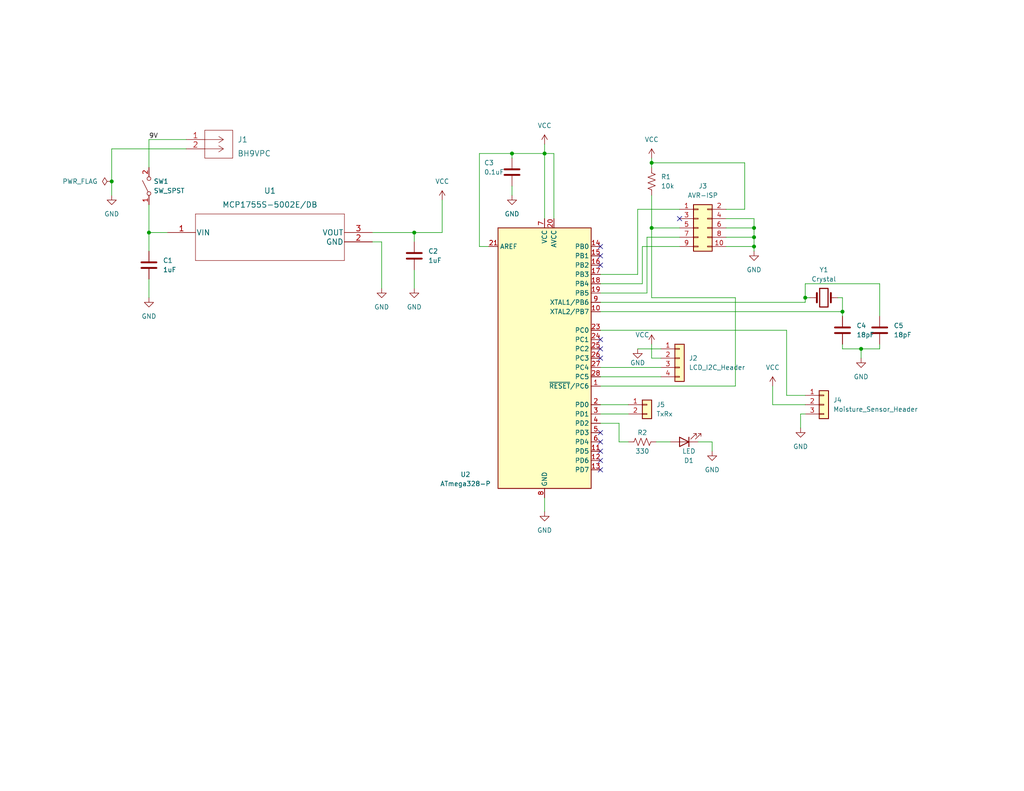
<source format=kicad_sch>
(kicad_sch (version 20211123) (generator eeschema)
  (paper "USLetter")
  (title_block (title "Soil Moisture Sensor Project CMPE2750") (date "2022-02-04") (rev "2") (company "NAIT"))
  (lib_symbols
    (symbol "BH9V:BH9VPC" (pin_names (offset 0.254) hide)
      (property "Reference" "J1" (at 13.97 0 0))
      (property "Value" "BH9VPC" (at 13.97 -3.81 0))
      (symbol "BH9VPC_1_1"
        (polyline (pts (xy 5.08 -5.08) (xy 12.7 -5.08)) (stroke (width 0.127)))
        (polyline (pts (xy 5.08 2.54) (xy 5.08 -5.08)) (stroke (width 0.127)))
        (polyline (pts (xy 10.16 -2.54) (xy 5.08 -2.54)) (stroke (width 0.127)))
        (polyline (pts (xy 10.16 -2.54) (xy 8.89 -3.3782)) (stroke (width 0.127)))
        (polyline (pts (xy 10.16 -2.54) (xy 8.89 -1.7018)) (stroke (width 0.127)))
        (polyline (pts (xy 10.16 0) (xy 5.08 0)) (stroke (width 0.127)))
        (polyline (pts (xy 10.16 0) (xy 8.89 -0.8382)) (stroke (width 0.127)))
        (polyline (pts (xy 10.16 0) (xy 8.89 0.8382)) (stroke (width 0.127)))
        (polyline (pts (xy 12.7 -5.08) (xy 12.7 2.54)) (stroke (width 0.127)))
        (polyline (pts (xy 12.7 2.54) (xy 5.08 2.54)) (stroke (width 0.127)))
        (pin power_in line (at 0 0 0) (length 5.08) (name "1") (number "1"))
        (pin power_out line (at 0 -2.54 0) (length 5.08) (name "2") (number "2"))
      )
    )
    (symbol "Connector_Generic:Conn_01x02" (pin_names (offset 1.016) hide)
      (property "Reference" "J" (at 0 2.54 0))
      (property "Value" "Conn_01x02" (at 0 -5.08 0))
      (symbol "Conn_01x02_1_1"
        (rectangle (start -1.27 -2.413) (end 0 -2.667) (stroke (width 0.1524)))
        (rectangle (start -1.27 0.127) (end 0 -0.127) (stroke (width 0.1524)))
        (rectangle (start -1.27 1.27) (end 1.27 -3.81) (stroke (width 0.254)) (fill (type background)))
        (pin passive line (at -5.08 0 0) (length 3.81) (name "Pin_1") (number "1"))
        (pin passive line (at -5.08 -2.54 0) (length 3.81) (name "Pin_2") (number "2"))
      )
    )
    (symbol "Connector_Generic:Conn_01x03" (pin_names (offset 1.016) hide)
      (property "Reference" "J" (at 0 5.08 0))
      (property "Value" "Conn_01x03" (at 0 -5.08 0))
      (symbol "Conn_01x03_1_1"
        (rectangle (start -1.27 -2.413) (end 0 -2.667) (stroke (width 0.1524)))
        (rectangle (start -1.27 0.127) (end 0 -0.127) (stroke (width 0.1524)))
        (rectangle (start -1.27 2.667) (end 0 2.413) (stroke (width 0.1524)))
        (rectangle (start -1.27 3.81) (end 1.27 -3.81) (stroke (width 0.254)) (fill (type background)))
        (pin passive line (at -5.08 2.54 0) (length 3.81) (name "Pin_1") (number "1"))
        (pin passive line (at -5.08 0 0) (length 3.81) (name "Pin_2") (number "2"))
        (pin passive line (at -5.08 -2.54 0) (length 3.81) (name "Pin_3") (number "3"))
      )
    )
    (symbol "Connector_Generic:Conn_01x04" (pin_names (offset 1.016) hide)
      (property "Reference" "J" (at 0 5.08 0))
      (property "Value" "Conn_01x04" (at 0 -7.62 0))
      (symbol "Conn_01x04_1_1"
        (rectangle (start -1.27 -4.953) (end 0 -5.207) (stroke (width 0.1524)))
        (rectangle (start -1.27 -2.413) (end 0 -2.667) (stroke (width 0.1524)))
        (rectangle (start -1.27 0.127) (end 0 -0.127) (stroke (width 0.1524)))
        (rectangle (start -1.27 2.667) (end 0 2.413) (stroke (width 0.1524)))
        (rectangle (start -1.27 3.81) (end 1.27 -6.35) (stroke (width 0.254)) (fill (type background)))
        (pin passive line (at -5.08 2.54 0) (length 3.81) (name "Pin_1") (number "1"))
        (pin passive line (at -5.08 0 0) (length 3.81) (name "Pin_2") (number "2"))
        (pin passive line (at -5.08 -2.54 0) (length 3.81) (name "Pin_3") (number "3"))
        (pin passive line (at -5.08 -5.08 0) (length 3.81) (name "Pin_4") (number "4"))
      )
    )
    (symbol "Connector_Generic:Conn_02x05_Odd_Even" (pin_names (offset 1.016) hide)
      (property "Reference" "J" (at 1.27 7.62 0))
      (property "Value" "Conn_02x05_Odd_Even" (at 1.27 -7.62 0))
      (symbol "Conn_02x05_Odd_Even_1_1"
        (rectangle (start -1.27 -4.953) (end 0 -5.207) (stroke (width 0.1524)))
        (rectangle (start -1.27 -2.413) (end 0 -2.667) (stroke (width 0.1524)))
        (rectangle (start -1.27 0.127) (end 0 -0.127) (stroke (width 0.1524)))
        (rectangle (start -1.27 2.667) (end 0 2.413) (stroke (width 0.1524)))
        (rectangle (start -1.27 5.207) (end 0 4.953) (stroke (width 0.1524)))
        (rectangle (start -1.27 6.35) (end 3.81 -6.35) (stroke (width 0.254)) (fill (type background)))
        (rectangle (start 3.81 -4.953) (end 2.54 -5.207) (stroke (width 0.1524)))
        (rectangle (start 3.81 -2.413) (end 2.54 -2.667) (stroke (width 0.1524)))
        (rectangle (start 3.81 0.127) (end 2.54 -0.127) (stroke (width 0.1524)))
        (rectangle (start 3.81 2.667) (end 2.54 2.413) (stroke (width 0.1524)))
        (rectangle (start 3.81 5.207) (end 2.54 4.953) (stroke (width 0.1524)))
        (pin passive line (at -5.08 5.08 0) (length 3.81) (name "Pin_1") (number "1"))
        (pin passive line (at 7.62 -5.08 180) (length 3.81) (name "Pin_10") (number "10"))
        (pin passive line (at 7.62 5.08 180) (length 3.81) (name "Pin_2") (number "2"))
        (pin passive line (at -5.08 2.54 0) (length 3.81) (name "Pin_3") (number "3"))
        (pin passive line (at 7.62 2.54 180) (length 3.81) (name "Pin_4") (number "4"))
        (pin passive line (at -5.08 0 0) (length 3.81) (name "Pin_5") (number "5"))
        (pin passive line (at 7.62 0 180) (length 3.81) (name "Pin_6") (number "6"))
        (pin passive line (at -5.08 -2.54 0) (length 3.81) (name "Pin_7") (number "7"))
        (pin passive line (at 7.62 -2.54 180) (length 3.81) (name "Pin_8") (number "8"))
        (pin passive line (at -5.08 -5.08 0) (length 3.81) (name "Pin_9") (number "9"))
      )
    )
    (symbol "Device:C" (pin_numbers hide) (pin_names (offset 0.254))
      (property "Reference" "C" (at 0.635 2.54 0))
      (property "Value" "C" (at 0.635 -2.54 0))
      (symbol "C_0_1"
        (polyline (pts (xy -2.032 -0.762) (xy 2.032 -0.762)) (stroke (width 0.508)))
        (polyline (pts (xy -2.032 0.762) (xy 2.032 0.762)) (stroke (width 0.508)))
      )
      (symbol "C_1_1"
        (pin passive line (at 0 3.81 270) (length 2.794) (name "~") (number "1"))
        (pin passive line (at 0 -3.81 90) (length 2.794) (name "~") (number "2"))
      )
    )
    (symbol "Device:Crystal" (pin_numbers hide) (pin_names (offset 1.016) hide)
      (property "Reference" "Y" (at 0 3.81 0))
      (property "Value" "Crystal" (at 0 -3.81 0))
      (symbol "Crystal_0_1"
        (rectangle (start -1.143 2.54) (end 1.143 -2.54) (stroke (width 0.3048)))
        (polyline (pts (xy -2.54 0) (xy -1.905 0)))
        (polyline (pts (xy -1.905 -1.27) (xy -1.905 1.27)) (stroke (width 0.508)))
        (polyline (pts (xy 1.905 -1.27) (xy 1.905 1.27)) (stroke (width 0.508)))
        (polyline (pts (xy 2.54 0) (xy 1.905 0)))
      )
      (symbol "Crystal_1_1"
        (pin passive line (at -3.81 0 0) (length 1.27) (name "1") (number "1"))
        (pin passive line (at 3.81 0 180) (length 1.27) (name "2") (number "2"))
      )
    )
    (symbol "Device:LED" (pin_numbers hide) (pin_names (offset 1.016) hide)
      (property "Reference" "D" (at 0 2.54 0))
      (property "Value" "LED" (at 0 -2.54 0))
      (symbol "LED_0_1"
        (polyline (pts (xy -1.27 -1.27) (xy -1.27 1.27)) (stroke (width 0.254)))
        (polyline (pts (xy -1.27 0) (xy 1.27 0)))
        (polyline (pts (xy 1.27 -1.27) (xy 1.27 1.27) (xy -1.27 0) (xy 1.27 -1.27)) (stroke (width 0.254)))
        (polyline (pts (xy -3.048 -0.762) (xy -4.572 -2.286) (xy -3.81 -2.286) (xy -4.572 -2.286) (xy -4.572 -1.524)))
        (polyline (pts (xy -1.778 -0.762) (xy -3.302 -2.286) (xy -2.54 -2.286) (xy -3.302 -2.286) (xy -3.302 -1.524)))
      )
      (symbol "LED_1_1"
        (pin passive line (at -3.81 0 0) (length 2.54) (name "K") (number "1"))
        (pin passive line (at 3.81 0 180) (length 2.54) (name "A") (number "2"))
      )
    )
    (symbol "Device:R_US" (pin_numbers hide) (pin_names (offset 0))
      (property "Reference" "R" (at 2.54 0 90))
      (property "Value" "R_US" (at -2.54 0 90))
      (symbol "R_US_0_1"
        (polyline (pts (xy 0 -2.286) (xy 0 -2.54)))
        (polyline (pts (xy 0 2.286) (xy 0 2.54)))
        (polyline (pts (xy 0 -0.762) (xy 1.016 -1.143) (xy 0 -1.524) (xy -1.016 -1.905) (xy 0 -2.286)))
        (polyline (pts (xy 0 0.762) (xy 1.016 0.381) (xy 0 0) (xy -1.016 -0.381) (xy 0 -0.762)))
        (polyline (pts (xy 0 2.286) (xy 1.016 1.905) (xy 0 1.524) (xy -1.016 1.143) (xy 0 0.762)))
      )
      (symbol "R_US_1_1"
        (pin passive line (at 0 3.81 270) (length 1.27) (name "~") (number "1"))
        (pin passive line (at 0 -3.81 90) (length 1.27) (name "~") (number "2"))
      )
    )
    (symbol "MCP1755S:MCP1755S-5002E{slash}DB" (pin_names (offset 0.254))
      (property "Reference" "U1" (at 27.94 11.43 0))
      (property "Value" "MCP1755S-5002E/DB" (at 27.94 7.62 0))
      (symbol "MCP1755S-5002E{slash}DB_1_1"
        (polyline (pts (xy 7.62 -7.62) (xy 48.26 -7.62)) (stroke (width 0.127)))
        (polyline (pts (xy 7.62 5.08) (xy 7.62 -7.62)) (stroke (width 0.127)))
        (polyline (pts (xy 48.26 -7.62) (xy 48.26 5.08)) (stroke (width 0.127)))
        (polyline (pts (xy 48.26 5.08) (xy 7.62 5.08)) (stroke (width 0.127)))
        (pin passive line (at 0 0 0) (length 7.62) (name "VIN") (number "1"))
        (pin power_in line (at 55.88 -2.54 180) (length 7.62) (name "GND") (number "2"))
        (pin power_out line (at 55.88 0 180) (length 7.62) (name "VOUT") (number "3"))
      )
    )
    (symbol "MCU_Microchip_ATmega:ATmega328-P"
      (property "Reference" "U" (at -12.7 36.83 0))
      (property "Value" "ATmega328-P" (at 2.54 -36.83 0))
      (symbol "ATmega328-P_0_1"
        (rectangle (start -12.7 -35.56) (end 12.7 35.56) (stroke (width 0.254)) (fill (type background)))
      )
      (symbol "ATmega328-P_1_1"
        (pin bidirectional line (at 15.24 -7.62 180) (length 2.54) (name "~{RESET}/PC6") (number "1"))
        (pin bidirectional line (at 15.24 12.7 180) (length 2.54) (name "XTAL2/PB7") (number "10"))
        (pin bidirectional line (at 15.24 -25.4 180) (length 2.54) (name "PD5") (number "11"))
        (pin bidirectional line (at 15.24 -27.94 180) (length 2.54) (name "PD6") (number "12"))
        (pin bidirectional line (at 15.24 -30.48 180) (length 2.54) (name "PD7") (number "13"))
        (pin bidirectional line (at 15.24 30.48 180) (length 2.54) (name "PB0") (number "14"))
        (pin bidirectional line (at 15.24 27.94 180) (length 2.54) (name "PB1") (number "15"))
        (pin bidirectional line (at 15.24 25.4 180) (length 2.54) (name "PB2") (number "16"))
        (pin bidirectional line (at 15.24 22.86 180) (length 2.54) (name "PB3") (number "17"))
        (pin bidirectional line (at 15.24 20.32 180) (length 2.54) (name "PB4") (number "18"))
        (pin bidirectional line (at 15.24 17.78 180) (length 2.54) (name "PB5") (number "19"))
        (pin bidirectional line (at 15.24 -12.7 180) (length 2.54) (name "PD0") (number "2"))
        (pin power_in line (at 2.54 38.1 270) (length 2.54) (name "AVCC") (number "20"))
        (pin passive line (at -15.24 30.48 0) (length 2.54) (name "AREF") (number "21"))
        (pin passive line (at 0 -38.1 90) (length 2.54) hide (name "GND") (number "22"))
        (pin bidirectional line (at 15.24 7.62 180) (length 2.54) (name "PC0") (number "23"))
        (pin bidirectional line (at 15.24 5.08 180) (length 2.54) (name "PC1") (number "24"))
        (pin bidirectional line (at 15.24 2.54 180) (length 2.54) (name "PC2") (number "25"))
        (pin bidirectional line (at 15.24 0 180) (length 2.54) (name "PC3") (number "26"))
        (pin bidirectional line (at 15.24 -2.54 180) (length 2.54) (name "PC4") (number "27"))
        (pin bidirectional line (at 15.24 -5.08 180) (length 2.54) (name "PC5") (number "28"))
        (pin bidirectional line (at 15.24 -15.24 180) (length 2.54) (name "PD1") (number "3"))
        (pin bidirectional line (at 15.24 -17.78 180) (length 2.54) (name "PD2") (number "4"))
        (pin bidirectional line (at 15.24 -20.32 180) (length 2.54) (name "PD3") (number "5"))
        (pin bidirectional line (at 15.24 -22.86 180) (length 2.54) (name "PD4") (number "6"))
        (pin power_in line (at 0 38.1 270) (length 2.54) (name "VCC") (number "7"))
        (pin power_in line (at 0 -38.1 90) (length 2.54) (name "GND") (number "8"))
        (pin bidirectional line (at 15.24 15.24 180) (length 2.54) (name "XTAL1/PB6") (number "9"))
      )
    )
    (symbol "Switch:SW_SPST" (pin_names (offset 0) hide)
      (property "Reference" "SW" (at 0 3.175 0))
      (property "Value" "SW_SPST" (at 0 -2.54 0))
      (symbol "SW_SPST_0_0"
        (circle (center -2.032 0) (radius 0.508))
        (polyline (pts (xy -1.524 0.254) (xy 1.524 1.778)))
        (circle (center 2.032 0) (radius 0.508))
      )
      (symbol "SW_SPST_1_1"
        (pin passive line (at -5.08 0 0) (length 2.54) (name "A") (number "1"))
        (pin passive line (at 5.08 0 180) (length 2.54) (name "B") (number "2"))
      )
    )
    (symbol "power:GND" (power) (pin_names (offset 0))
      (property "Value" "GND" (at 0 -3.81 0))
      (symbol "GND_0_1"
        (polyline (pts (xy 0 0) (xy 0 -1.27) (xy 1.27 -1.27) (xy 0 -2.54) (xy -1.27 -1.27) (xy 0 -1.27)))
      )
      (symbol "GND_1_1"
        (pin power_in line (at 0 0 270) (length 0) hide (name "GND") (number "1"))
      )
    )
    (symbol "power:PWR_FLAG" (power) (pin_numbers hide) (pin_names (offset 0) hide)
      (property "Value" "PWR_FLAG" (at 0 3.81 0))
      (symbol "PWR_FLAG_0_0"
        (pin power_out line (at 0 0 90) (length 0) (name "pwr") (number "1"))
      )
      (symbol "PWR_FLAG_0_1"
        (polyline (pts (xy 0 0) (xy 0 1.27) (xy -1.016 1.905) (xy 0 2.54) (xy 1.016 1.905) (xy 0 1.27)))
      )
    )
    (symbol "power:VCC" (power) (pin_names (offset 0))
      (property "Value" "VCC" (at 0 3.81 0))
      (symbol "VCC_0_1"
        (polyline (pts (xy -0.762 1.27) (xy 0 2.54)))
        (polyline (pts (xy 0 0) (xy 0 2.54)))
        (polyline (pts (xy 0 2.54) (xy 0.762 1.27)))
      )
      (symbol "VCC_1_1"
        (pin power_in line (at 0 0 90) (length 0) hide (name "VCC") (number "1"))
      )
    )
  )
  (junction (at 205.74 62.23))
  (junction (at 229.87 85.09))
  (junction (at 205.74 64.77))
  (junction (at 177.8 62.23))
  (junction (at 234.95 95.25))
  (junction (at 219.71 81.28))
  (junction (at 205.74 67.31))
  (junction (at 113.03 63.5))
  (junction (at 148.59 41.91))
  (junction (at 40.64 63.5))
  (junction (at 139.7 41.91))
  (junction (at 30.48 49.53))
  (junction (at 177.8 44.45))
  (no_connect (at 185.42 59.69))
  (no_connect (at 163.83 128.27))
  (no_connect (at 163.83 125.73))
  (no_connect (at 163.83 120.65))
  (no_connect (at 163.83 118.11))
  (no_connect (at 163.83 69.85))
  (no_connect (at 163.83 72.39))
  (no_connect (at 163.83 67.31))
  (no_connect (at 163.83 97.79))
  (no_connect (at 163.83 92.71))
  (no_connect (at 163.83 95.25))
  (no_connect (at 163.83 123.19))
  (wire (pts (xy 173.99 74.93) (xy 163.83 74.93)))
  (wire (pts (xy 229.87 81.28) (xy 228.6 81.28)))
  (wire (pts (xy 240.03 77.47) (xy 219.71 77.47)))
  (wire (pts (xy 40.64 45.72) (xy 40.64 38.1)))
  (wire (pts (xy 148.59 39.37) (xy 148.59 41.91)))
  (wire (pts (xy 185.42 67.31) (xy 175.26 67.31)))
  (wire (pts (xy 113.03 73.66) (xy 113.03 78.74)))
  (wire (pts (xy 173.99 57.15) (xy 173.99 74.93)))
  (wire (pts (xy 120.65 63.5) (xy 113.03 63.5)))
  (wire (pts (xy 185.42 64.77) (xy 176.53 64.77)))
  (wire (pts (xy 198.12 57.15) (xy 203.2 57.15)))
  (wire (pts (xy 176.53 80.01) (xy 163.83 80.01)))
  (wire (pts (xy 219.71 82.55) (xy 163.83 82.55)))
  (wire (pts (xy 200.66 105.41) (xy 163.83 105.41)))
  (wire (pts (xy 205.74 67.31) (xy 205.74 68.58)))
  (wire (pts (xy 179.07 120.65) (xy 182.88 120.65)))
  (wire (pts (xy 177.8 81.28) (xy 200.66 81.28)))
  (wire (pts (xy 198.12 62.23) (xy 205.74 62.23)))
  (wire (pts (xy 151.13 41.91) (xy 148.59 41.91)))
  (wire (pts (xy 190.5 120.65) (xy 194.31 120.65)))
  (wire (pts (xy 104.14 66.04) (xy 104.14 78.74)))
  (wire (pts (xy 203.2 44.45) (xy 177.8 44.45)))
  (wire (pts (xy 214.63 107.95) (xy 214.63 90.17)))
  (wire (pts (xy 175.26 77.47) (xy 163.83 77.47)))
  (wire (pts (xy 240.03 93.98) (xy 240.03 95.25)))
  (wire (pts (xy 163.83 115.57) (xy 168.91 115.57)))
  (wire (pts (xy 139.7 50.8) (xy 139.7 53.34)))
  (wire (pts (xy 130.81 41.91) (xy 139.7 41.91)))
  (wire (pts (xy 45.72 63.5) (xy 40.64 63.5)))
  (wire (pts (xy 113.03 63.5) (xy 101.6 63.5)))
  (wire (pts (xy 219.71 77.47) (xy 219.71 81.28)))
  (wire (pts (xy 177.8 44.45) (xy 177.8 45.72)))
  (wire (pts (xy 185.42 57.15) (xy 173.99 57.15)))
  (wire (pts (xy 30.48 53.34) (xy 30.48 49.53)))
  (wire (pts (xy 113.03 66.04) (xy 113.03 63.5)))
  (wire (pts (xy 139.7 43.18) (xy 139.7 41.91)))
  (wire (pts (xy 203.2 57.15) (xy 203.2 44.45)))
  (wire (pts (xy 240.03 95.25) (xy 234.95 95.25)))
  (wire (pts (xy 219.71 110.49) (xy 210.82 110.49)))
  (wire (pts (xy 173.99 95.25) (xy 180.34 95.25)))
  (wire (pts (xy 218.44 116.84) (xy 218.44 113.03)))
  (wire (pts (xy 177.8 97.79) (xy 177.8 93.98)))
  (wire (pts (xy 151.13 41.91) (xy 151.13 59.69)))
  (wire (pts (xy 177.8 62.23) (xy 177.8 81.28)))
  (wire (pts (xy 234.95 97.79) (xy 234.95 95.25)))
  (wire (pts (xy 194.31 120.65) (xy 194.31 123.19)))
  (wire (pts (xy 198.12 59.69) (xy 205.74 59.69)))
  (wire (pts (xy 171.45 120.65) (xy 168.91 120.65)))
  (wire (pts (xy 177.8 43.18) (xy 177.8 44.45)))
  (wire (pts (xy 205.74 62.23) (xy 205.74 64.77)))
  (wire (pts (xy 229.87 95.25) (xy 229.87 93.98)))
  (wire (pts (xy 180.34 97.79) (xy 177.8 97.79)))
  (wire (pts (xy 219.71 81.28) (xy 220.98 81.28)))
  (wire (pts (xy 205.74 59.69) (xy 205.74 62.23)))
  (wire (pts (xy 210.82 110.49) (xy 210.82 105.41)))
  (wire (pts (xy 176.53 64.77) (xy 176.53 80.01)))
  (wire (pts (xy 198.12 64.77) (xy 205.74 64.77)))
  (wire (pts (xy 120.65 54.61) (xy 120.65 63.5)))
  (wire (pts (xy 240.03 86.36) (xy 240.03 77.47)))
  (wire (pts (xy 205.74 64.77) (xy 205.74 67.31)))
  (wire (pts (xy 30.48 49.53) (xy 30.48 40.64)))
  (wire (pts (xy 163.83 102.87) (xy 180.34 102.87)))
  (wire (pts (xy 104.14 66.04) (xy 101.6 66.04)))
  (wire (pts (xy 168.91 115.57) (xy 168.91 120.65)))
  (wire (pts (xy 214.63 90.17) (xy 163.83 90.17)))
  (wire (pts (xy 219.71 107.95) (xy 214.63 107.95)))
  (wire (pts (xy 148.59 135.89) (xy 148.59 139.7)))
  (wire (pts (xy 229.87 85.09) (xy 229.87 81.28)))
  (wire (pts (xy 163.83 85.09) (xy 229.87 85.09)))
  (wire (pts (xy 229.87 86.36) (xy 229.87 85.09)))
  (wire (pts (xy 163.83 110.49) (xy 171.45 110.49)))
  (wire (pts (xy 163.83 113.03) (xy 171.45 113.03)))
  (wire (pts (xy 198.12 67.31) (xy 205.74 67.31)))
  (wire (pts (xy 177.8 62.23) (xy 185.42 62.23)))
  (wire (pts (xy 175.26 67.31) (xy 175.26 77.47)))
  (wire (pts (xy 148.59 41.91) (xy 148.59 59.69)))
  (wire (pts (xy 177.8 53.34) (xy 177.8 62.23)))
  (wire (pts (xy 200.66 81.28) (xy 200.66 105.41)))
  (wire (pts (xy 40.64 38.1) (xy 50.8 38.1)))
  (wire (pts (xy 130.81 67.31) (xy 130.81 41.91)))
  (wire (pts (xy 219.71 81.28) (xy 219.71 82.55)))
  (wire (pts (xy 234.95 95.25) (xy 229.87 95.25)))
  (wire (pts (xy 40.64 76.2) (xy 40.64 81.28)))
  (wire (pts (xy 163.83 100.33) (xy 180.34 100.33)))
  (wire (pts (xy 218.44 113.03) (xy 219.71 113.03)))
  (wire (pts (xy 40.64 55.88) (xy 40.64 63.5)))
  (wire (pts (xy 139.7 41.91) (xy 148.59 41.91)))
  (wire (pts (xy 133.35 67.31) (xy 130.81 67.31)))
  (wire (pts (xy 30.48 40.64) (xy 50.8 40.64)))
  (wire (pts (xy 40.64 63.5) (xy 40.64 68.58)))
  (label "9V" (at 40.64 38.1 0))
  (symbol (lib_id "power:VCC") (at 177.8 93.98 0) (unit 1)
    (property "Reference" "#PWR0110" (effects hide))
    (property "Value" "VCC" (at 175.26 91.44 0))
  )
  (symbol (lib_id "Device:R_US") (at 175.26 120.65 270) (unit 1)
    (property "Reference" "R2" (at 175.26 118.11 90))
    (property "Value" "330" (at 175.26 123.19 90))
    (property "Footprint" "Resistor_SMD:R_0805_2012Metric" (effects hide))
  )
  (symbol (lib_id "Connector_Generic:Conn_01x02") (at 176.53 110.49 0) (unit 1)
    (property "Reference" "J5" (at 179.07 110.4899 0) (effects (justify left)))
    (property "Value" "TxRx" (at 179.07 113.0299 0) (effects (justify left)))
    (property "Footprint" "Connector_PinHeader_2.54mm:PinHeader_1x02_P2.54mm_Vertical" (effects hide))
  )
  (symbol (lib_id "Device:C") (at 240.03 90.17 0) (unit 1)
    (property "Reference" "C5" (at 243.84 88.8999 0) (effects (justify left)))
    (property "Value" "18pF" (at 243.84 91.4399 0) (effects (justify left)))
    (property "Footprint" "Capacitor_SMD:C_0805_2012Metric" (effects hide))
  )
  (symbol (lib_id "power:PWR_FLAG") (at 30.48 49.53 90) (unit 1)
    (property "Reference" "#FLG0101" (effects hide))
    (property "Value" "PWR_FLAG" (at 26.67 49.5299 90) (effects (justify left)))
  )
  (symbol (lib_id "Connector_Generic:Conn_02x05_Odd_Even") (at 190.5 62.23 0) (unit 1)
    (property "Reference" "J3" (at 191.77 50.8 0))
    (property "Value" "AVR-ISP" (at 191.77 53.34 0))
    (property "Footprint" "Connector_PinHeader_2.54mm:PinHeader_2x05_P2.54mm_Vertical" (effects hide))
  )
  (symbol (lib_id "power:GND") (at 104.14 78.74 0) (unit 1)
    (property "Reference" "#PWR0103" (effects hide))
    (property "Value" "GND" (at 104.14 83.82 0))
  )
  (symbol (lib_id "power:VCC") (at 177.8 43.18 0) (unit 1)
    (property "Reference" "#PWR0106" (effects hide))
    (property "Value" "VCC" (at 177.8 38.1 0))
  )
  (symbol (lib_id "power:GND") (at 113.03 78.74 0) (unit 1)
    (property "Reference" "#PWR0102" (effects hide))
    (property "Value" "GND" (at 113.03 83.82 0))
  )
  (symbol (lib_id "power:VCC") (at 210.82 105.41 0) (unit 1)
    (property "Reference" "#PWR0112" (effects hide))
    (property "Value" "VCC" (at 210.82 100.33 0))
  )
  (symbol (lib_id "Device:C") (at 139.7 46.99 0) (unit 1)
    (property "Reference" "C3" (at 132.08 44.45 0) (effects (justify left)))
    (property "Value" "0.1uF" (at 132.08 46.99 0) (effects (justify left)))
    (property "Footprint" "Capacitor_SMD:C_0805_2012Metric" (effects hide))
  )
  (symbol (lib_id "power:GND") (at 173.99 95.25 0) (unit 1)
    (property "Reference" "#PWR0109" (effects hide))
    (property "Value" "GND" (at 173.99 99.06 0))
  )
  (symbol (lib_id "Connector_Generic:Conn_01x03") (at 224.79 110.49 0) (unit 1)
    (property "Reference" "J4" (at 227.33 109.2199 0) (effects (justify left)))
    (property "Value" "Moisture_Sensor_Header" (at 227.33 111.7599 0) (effects (justify left)))
    (property "Footprint" "Connector_PinHeader_2.54mm:PinHeader_1x03_P2.54mm_Horizontal" (effects hide))
  )
  (symbol (lib_id "power:GND") (at 205.74 68.58 0) (unit 1)
    (property "Reference" "#PWR0108" (effects hide))
    (property "Value" "GND" (at 205.74 73.66 0))
  )
  (symbol (lib_id "Device:Crystal") (at 224.79 81.28 0) (unit 1)
    (property "Reference" "Y1" (at 224.79 73.66 0))
    (property "Value" "Crystal" (at 224.79 76.2 0))
    (property "Footprint" "Crystal:Crystal_SMD_HC49-SD" (effects hide))
  )
  (symbol (lib_id "MCU_Microchip_ATmega:ATmega328-P") (at 148.59 97.79 0) (unit 1)
    (property "Reference" "U2" (at 127 129.54 0))
    (property "Value" "ATmega328-P" (at 127 132.08 0))
    (property "Footprint" "Package_DIP:DIP-28_W7.62mm" (effects hide))
    (property "Datasheet" "http://ww1.microchip.com/downloads/en/DeviceDoc/ATmega328_P%20AVR%20MCU%20with%20picoPower%20Technology%20Data%20Sheet%2040001984A.pdf" (effects hide))
  )
  (symbol (lib_id "power:GND") (at 218.44 116.84 0) (unit 1)
    (property "Reference" "#PWR0113" (effects hide))
    (property "Value" "GND" (at 218.44 121.92 0))
  )
  (symbol (lib_id "Switch:SW_SPST") (at 40.64 50.8 90) (unit 1)
    (property "Reference" "SW1" (at 41.91 49.5299 90) (effects (justify right)))
    (property "Value" "SW_SPST" (at 41.91 52.0699 90) (effects (justify right)))
    (property "Footprint" "SPST:SPST" (effects hide))
  )
  (symbol (lib_id "Device:C") (at 229.87 90.17 0) (unit 1)
    (property "Reference" "C4" (at 233.68 88.8999 0) (effects (justify left)))
    (property "Value" "18pF" (at 233.68 91.4399 0) (effects (justify left)))
    (property "Footprint" "Capacitor_SMD:C_0805_2012Metric" (effects hide))
  )
  (symbol (lib_id "power:GND") (at 148.59 139.7 0) (unit 1)
    (property "Reference" "#PWR0107" (effects hide))
    (property "Value" "GND" (at 148.59 144.78 0))
  )
  (symbol (lib_id "BH9V:BH9VPC") (at 50.8 38.1 0) (unit 1)
    (property "Reference" "J1" (at 64.77 38.1 0) (effects (font (size 1.524 1.524)) (justify left)))
    (property "Value" "BH9VPC" (at 64.77 41.91 0) (effects (font (size 1.524 1.524)) (justify left)))
    (property "Footprint" "Battery:BatteryHolder_Eagle_12BH611-GR" (effects hide))
  )
  (symbol (lib_id "power:VCC") (at 120.65 54.61 0) (unit 1)
    (property "Reference" "#PWR0104" (effects hide))
    (property "Value" "VCC" (at 120.65 49.53 0))
  )
  (symbol (lib_id "MCP1755S:MCP1755S-5002E{slash}DB") (at 45.72 63.5 0) (unit 1)
    (property "Reference" "U1" (at 73.66 52.07 0) (effects (font (size 1.524 1.524))))
    (property "Value" "MCP1755S-5002E/DB" (at 73.66 55.88 0) (effects (font (size 1.524 1.524))))
    (property "Footprint" "MCP1755S:MCP1755S-5002E&slash_DB" (effects hide))
  )
  (symbol (lib_id "power:GND") (at 30.48 53.34 0) (unit 1)
    (property "Reference" "#PWR0114" (effects hide))
    (property "Value" "GND" (at 30.48 58.42 0))
  )
  (symbol (lib_id "power:GND") (at 40.64 81.28 0) (unit 1)
    (property "Reference" "#PWR0101" (effects hide))
    (property "Value" "GND" (at 40.64 86.36 0))
  )
  (symbol (lib_id "Device:R_US") (at 177.8 49.53 0) (unit 1)
    (property "Reference" "R1" (at 180.34 48.2599 0) (effects (justify left)))
    (property "Value" "10k" (at 180.34 50.7999 0) (effects (justify left)))
    (property "Footprint" "Resistor_SMD:R_0805_2012Metric" (effects hide))
  )
  (symbol (lib_id "power:GND") (at 194.31 123.19 0) (unit 1)
    (property "Reference" "#PWR0116" (effects hide))
    (property "Value" "GND" (at 194.31 128.27 0))
  )
  (symbol (lib_id "Connector_Generic:Conn_01x04") (at 185.42 97.79 0) (unit 1)
    (property "Reference" "J2" (at 187.96 97.7899 0) (effects (justify left)))
    (property "Value" "LCD_I2C_Header" (at 187.96 100.3299 0) (effects (justify left)))
    (property "Footprint" "Connector_PinHeader_2.54mm:PinHeader_1x04_P2.54mm_Vertical" (effects hide))
  )
  (symbol (lib_id "Device:LED") (at 186.69 120.65 180) (unit 1)
    (property "Reference" "D1" (at 187.96 125.73 0))
    (property "Value" "LED" (at 187.96 123.19 0))
    (property "Footprint" "LED_SMD:LED_0805_2012Metric" (effects hide))
  )
  (symbol (lib_id "Device:C") (at 113.03 69.85 0) (unit 1)
    (property "Reference" "C2" (at 116.84 68.5799 0) (effects (justify left)))
    (property "Value" "1uF" (at 116.84 71.1199 0) (effects (justify left)))
    (property "Footprint" "Capacitor_SMD:C_0805_2012Metric" (effects hide))
  )
  (symbol (lib_id "power:GND") (at 234.95 97.79 0) (unit 1)
    (property "Reference" "#PWR0111" (effects hide))
    (property "Value" "GND" (at 234.95 102.87 0))
  )
  (symbol (lib_id "Device:C") (at 40.64 72.39 0) (unit 1)
    (property "Reference" "C1" (at 44.45 71.1199 0) (effects (justify left)))
    (property "Value" "1uF" (at 44.45 73.6599 0) (effects (justify left)))
    (property "Footprint" "Capacitor_SMD:C_0805_2012Metric" (effects hide))
  )
  (symbol (lib_id "power:GND") (at 139.7 53.34 0) (unit 1)
    (property "Reference" "#PWR0115" (effects hide))
    (property "Value" "GND" (at 139.7 58.42 0))
  )
  (symbol (lib_id "power:VCC") (at 148.59 39.37 0) (unit 1)
    (property "Reference" "#PWR0105" (effects hide))
    (property "Value" "VCC" (at 148.59 34.29 0))
  )
)
</source>
